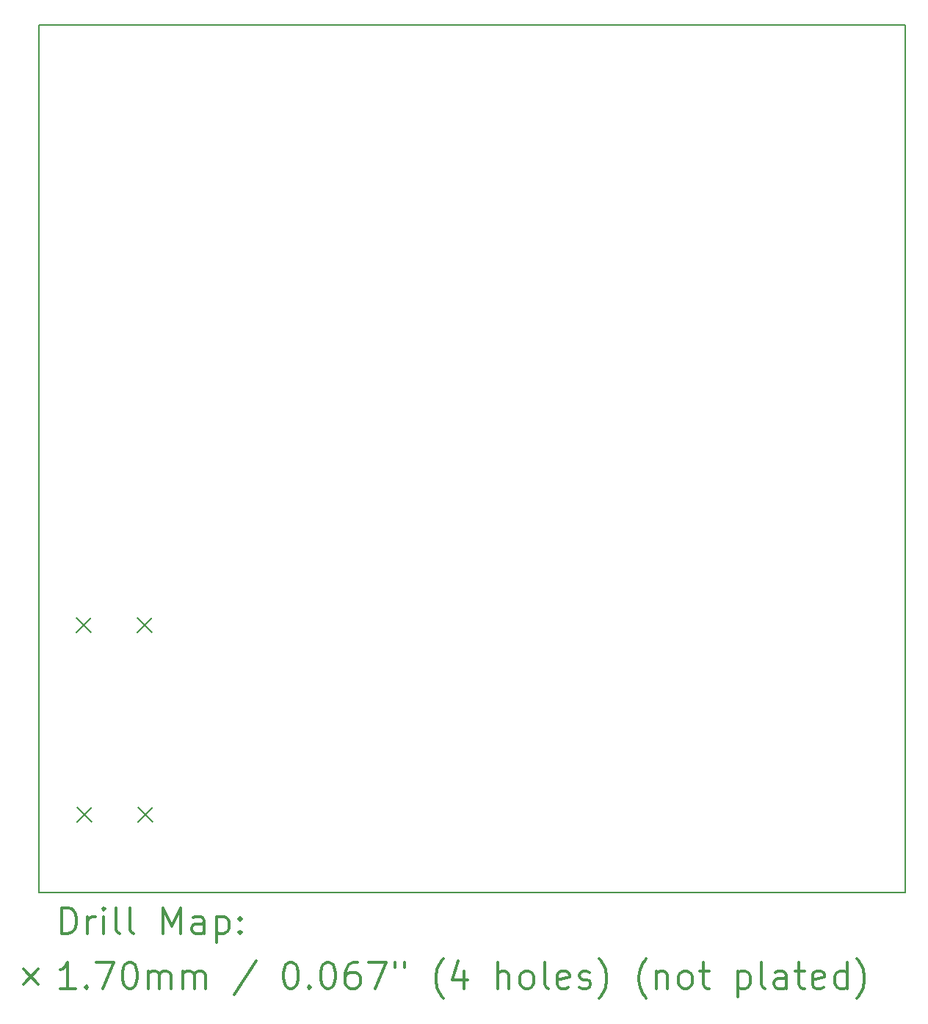
<source format=gbr>
%FSLAX45Y45*%
G04 Gerber Fmt 4.5, Leading zero omitted, Abs format (unit mm)*
G04 Created by KiCad (PCBNEW 4.0.7) date 02/05/18 11:08:49*
%MOMM*%
%LPD*%
G01*
G04 APERTURE LIST*
%ADD10C,0.127000*%
%ADD11C,0.150000*%
%ADD12C,0.200000*%
%ADD13C,0.300000*%
G04 APERTURE END LIST*
D10*
D11*
X7000000Y-4000000D02*
X16995000Y-4000000D01*
X7000000Y-14000000D02*
X16995000Y-14000000D01*
X16995000Y-4000000D02*
X16995000Y-14000000D01*
X7000000Y-4000000D02*
X7000000Y-14000000D01*
D12*
X7435000Y-10835000D02*
X7605000Y-11005000D01*
X7605000Y-10835000D02*
X7435000Y-11005000D01*
X7445000Y-13015000D02*
X7615000Y-13185000D01*
X7615000Y-13015000D02*
X7445000Y-13185000D01*
X8135000Y-10835000D02*
X8305000Y-11005000D01*
X8305000Y-10835000D02*
X8135000Y-11005000D01*
X8145000Y-13015000D02*
X8315000Y-13185000D01*
X8315000Y-13015000D02*
X8145000Y-13185000D01*
D13*
X7263928Y-14473214D02*
X7263928Y-14173214D01*
X7335357Y-14173214D01*
X7378214Y-14187500D01*
X7406786Y-14216071D01*
X7421071Y-14244643D01*
X7435357Y-14301786D01*
X7435357Y-14344643D01*
X7421071Y-14401786D01*
X7406786Y-14430357D01*
X7378214Y-14458929D01*
X7335357Y-14473214D01*
X7263928Y-14473214D01*
X7563928Y-14473214D02*
X7563928Y-14273214D01*
X7563928Y-14330357D02*
X7578214Y-14301786D01*
X7592500Y-14287500D01*
X7621071Y-14273214D01*
X7649643Y-14273214D01*
X7749643Y-14473214D02*
X7749643Y-14273214D01*
X7749643Y-14173214D02*
X7735357Y-14187500D01*
X7749643Y-14201786D01*
X7763928Y-14187500D01*
X7749643Y-14173214D01*
X7749643Y-14201786D01*
X7935357Y-14473214D02*
X7906786Y-14458929D01*
X7892500Y-14430357D01*
X7892500Y-14173214D01*
X8092500Y-14473214D02*
X8063928Y-14458929D01*
X8049643Y-14430357D01*
X8049643Y-14173214D01*
X8435357Y-14473214D02*
X8435357Y-14173214D01*
X8535357Y-14387500D01*
X8635357Y-14173214D01*
X8635357Y-14473214D01*
X8906786Y-14473214D02*
X8906786Y-14316071D01*
X8892500Y-14287500D01*
X8863929Y-14273214D01*
X8806786Y-14273214D01*
X8778214Y-14287500D01*
X8906786Y-14458929D02*
X8878214Y-14473214D01*
X8806786Y-14473214D01*
X8778214Y-14458929D01*
X8763929Y-14430357D01*
X8763929Y-14401786D01*
X8778214Y-14373214D01*
X8806786Y-14358929D01*
X8878214Y-14358929D01*
X8906786Y-14344643D01*
X9049643Y-14273214D02*
X9049643Y-14573214D01*
X9049643Y-14287500D02*
X9078214Y-14273214D01*
X9135357Y-14273214D01*
X9163929Y-14287500D01*
X9178214Y-14301786D01*
X9192500Y-14330357D01*
X9192500Y-14416071D01*
X9178214Y-14444643D01*
X9163929Y-14458929D01*
X9135357Y-14473214D01*
X9078214Y-14473214D01*
X9049643Y-14458929D01*
X9321071Y-14444643D02*
X9335357Y-14458929D01*
X9321071Y-14473214D01*
X9306786Y-14458929D01*
X9321071Y-14444643D01*
X9321071Y-14473214D01*
X9321071Y-14287500D02*
X9335357Y-14301786D01*
X9321071Y-14316071D01*
X9306786Y-14301786D01*
X9321071Y-14287500D01*
X9321071Y-14316071D01*
X6822500Y-14882500D02*
X6992500Y-15052500D01*
X6992500Y-14882500D02*
X6822500Y-15052500D01*
X7421071Y-15103214D02*
X7249643Y-15103214D01*
X7335357Y-15103214D02*
X7335357Y-14803214D01*
X7306786Y-14846071D01*
X7278214Y-14874643D01*
X7249643Y-14888929D01*
X7549643Y-15074643D02*
X7563928Y-15088929D01*
X7549643Y-15103214D01*
X7535357Y-15088929D01*
X7549643Y-15074643D01*
X7549643Y-15103214D01*
X7663928Y-14803214D02*
X7863928Y-14803214D01*
X7735357Y-15103214D01*
X8035357Y-14803214D02*
X8063928Y-14803214D01*
X8092500Y-14817500D01*
X8106786Y-14831786D01*
X8121071Y-14860357D01*
X8135357Y-14917500D01*
X8135357Y-14988929D01*
X8121071Y-15046071D01*
X8106786Y-15074643D01*
X8092500Y-15088929D01*
X8063928Y-15103214D01*
X8035357Y-15103214D01*
X8006786Y-15088929D01*
X7992500Y-15074643D01*
X7978214Y-15046071D01*
X7963928Y-14988929D01*
X7963928Y-14917500D01*
X7978214Y-14860357D01*
X7992500Y-14831786D01*
X8006786Y-14817500D01*
X8035357Y-14803214D01*
X8263928Y-15103214D02*
X8263928Y-14903214D01*
X8263928Y-14931786D02*
X8278214Y-14917500D01*
X8306786Y-14903214D01*
X8349643Y-14903214D01*
X8378214Y-14917500D01*
X8392500Y-14946071D01*
X8392500Y-15103214D01*
X8392500Y-14946071D02*
X8406786Y-14917500D01*
X8435357Y-14903214D01*
X8478214Y-14903214D01*
X8506786Y-14917500D01*
X8521071Y-14946071D01*
X8521071Y-15103214D01*
X8663929Y-15103214D02*
X8663929Y-14903214D01*
X8663929Y-14931786D02*
X8678214Y-14917500D01*
X8706786Y-14903214D01*
X8749643Y-14903214D01*
X8778214Y-14917500D01*
X8792500Y-14946071D01*
X8792500Y-15103214D01*
X8792500Y-14946071D02*
X8806786Y-14917500D01*
X8835357Y-14903214D01*
X8878214Y-14903214D01*
X8906786Y-14917500D01*
X8921071Y-14946071D01*
X8921071Y-15103214D01*
X9506786Y-14788929D02*
X9249643Y-15174643D01*
X9892500Y-14803214D02*
X9921071Y-14803214D01*
X9949643Y-14817500D01*
X9963928Y-14831786D01*
X9978214Y-14860357D01*
X9992500Y-14917500D01*
X9992500Y-14988929D01*
X9978214Y-15046071D01*
X9963928Y-15074643D01*
X9949643Y-15088929D01*
X9921071Y-15103214D01*
X9892500Y-15103214D01*
X9863928Y-15088929D01*
X9849643Y-15074643D01*
X9835357Y-15046071D01*
X9821071Y-14988929D01*
X9821071Y-14917500D01*
X9835357Y-14860357D01*
X9849643Y-14831786D01*
X9863928Y-14817500D01*
X9892500Y-14803214D01*
X10121071Y-15074643D02*
X10135357Y-15088929D01*
X10121071Y-15103214D01*
X10106786Y-15088929D01*
X10121071Y-15074643D01*
X10121071Y-15103214D01*
X10321071Y-14803214D02*
X10349643Y-14803214D01*
X10378214Y-14817500D01*
X10392500Y-14831786D01*
X10406786Y-14860357D01*
X10421071Y-14917500D01*
X10421071Y-14988929D01*
X10406786Y-15046071D01*
X10392500Y-15074643D01*
X10378214Y-15088929D01*
X10349643Y-15103214D01*
X10321071Y-15103214D01*
X10292500Y-15088929D01*
X10278214Y-15074643D01*
X10263928Y-15046071D01*
X10249643Y-14988929D01*
X10249643Y-14917500D01*
X10263928Y-14860357D01*
X10278214Y-14831786D01*
X10292500Y-14817500D01*
X10321071Y-14803214D01*
X10678214Y-14803214D02*
X10621071Y-14803214D01*
X10592500Y-14817500D01*
X10578214Y-14831786D01*
X10549643Y-14874643D01*
X10535357Y-14931786D01*
X10535357Y-15046071D01*
X10549643Y-15074643D01*
X10563928Y-15088929D01*
X10592500Y-15103214D01*
X10649643Y-15103214D01*
X10678214Y-15088929D01*
X10692500Y-15074643D01*
X10706786Y-15046071D01*
X10706786Y-14974643D01*
X10692500Y-14946071D01*
X10678214Y-14931786D01*
X10649643Y-14917500D01*
X10592500Y-14917500D01*
X10563928Y-14931786D01*
X10549643Y-14946071D01*
X10535357Y-14974643D01*
X10806786Y-14803214D02*
X11006786Y-14803214D01*
X10878214Y-15103214D01*
X11106786Y-14803214D02*
X11106786Y-14860357D01*
X11221071Y-14803214D02*
X11221071Y-14860357D01*
X11663928Y-15217500D02*
X11649643Y-15203214D01*
X11621071Y-15160357D01*
X11606785Y-15131786D01*
X11592500Y-15088929D01*
X11578214Y-15017500D01*
X11578214Y-14960357D01*
X11592500Y-14888929D01*
X11606785Y-14846071D01*
X11621071Y-14817500D01*
X11649643Y-14774643D01*
X11663928Y-14760357D01*
X11906785Y-14903214D02*
X11906785Y-15103214D01*
X11835357Y-14788929D02*
X11763928Y-15003214D01*
X11949643Y-15003214D01*
X12292500Y-15103214D02*
X12292500Y-14803214D01*
X12421071Y-15103214D02*
X12421071Y-14946071D01*
X12406785Y-14917500D01*
X12378214Y-14903214D01*
X12335357Y-14903214D01*
X12306785Y-14917500D01*
X12292500Y-14931786D01*
X12606785Y-15103214D02*
X12578214Y-15088929D01*
X12563928Y-15074643D01*
X12549643Y-15046071D01*
X12549643Y-14960357D01*
X12563928Y-14931786D01*
X12578214Y-14917500D01*
X12606785Y-14903214D01*
X12649643Y-14903214D01*
X12678214Y-14917500D01*
X12692500Y-14931786D01*
X12706785Y-14960357D01*
X12706785Y-15046071D01*
X12692500Y-15074643D01*
X12678214Y-15088929D01*
X12649643Y-15103214D01*
X12606785Y-15103214D01*
X12878214Y-15103214D02*
X12849643Y-15088929D01*
X12835357Y-15060357D01*
X12835357Y-14803214D01*
X13106786Y-15088929D02*
X13078214Y-15103214D01*
X13021071Y-15103214D01*
X12992500Y-15088929D01*
X12978214Y-15060357D01*
X12978214Y-14946071D01*
X12992500Y-14917500D01*
X13021071Y-14903214D01*
X13078214Y-14903214D01*
X13106786Y-14917500D01*
X13121071Y-14946071D01*
X13121071Y-14974643D01*
X12978214Y-15003214D01*
X13235357Y-15088929D02*
X13263928Y-15103214D01*
X13321071Y-15103214D01*
X13349643Y-15088929D01*
X13363928Y-15060357D01*
X13363928Y-15046071D01*
X13349643Y-15017500D01*
X13321071Y-15003214D01*
X13278214Y-15003214D01*
X13249643Y-14988929D01*
X13235357Y-14960357D01*
X13235357Y-14946071D01*
X13249643Y-14917500D01*
X13278214Y-14903214D01*
X13321071Y-14903214D01*
X13349643Y-14917500D01*
X13463928Y-15217500D02*
X13478214Y-15203214D01*
X13506786Y-15160357D01*
X13521071Y-15131786D01*
X13535357Y-15088929D01*
X13549643Y-15017500D01*
X13549643Y-14960357D01*
X13535357Y-14888929D01*
X13521071Y-14846071D01*
X13506786Y-14817500D01*
X13478214Y-14774643D01*
X13463928Y-14760357D01*
X14006786Y-15217500D02*
X13992500Y-15203214D01*
X13963928Y-15160357D01*
X13949643Y-15131786D01*
X13935357Y-15088929D01*
X13921071Y-15017500D01*
X13921071Y-14960357D01*
X13935357Y-14888929D01*
X13949643Y-14846071D01*
X13963928Y-14817500D01*
X13992500Y-14774643D01*
X14006786Y-14760357D01*
X14121071Y-14903214D02*
X14121071Y-15103214D01*
X14121071Y-14931786D02*
X14135357Y-14917500D01*
X14163928Y-14903214D01*
X14206786Y-14903214D01*
X14235357Y-14917500D01*
X14249643Y-14946071D01*
X14249643Y-15103214D01*
X14435357Y-15103214D02*
X14406786Y-15088929D01*
X14392500Y-15074643D01*
X14378214Y-15046071D01*
X14378214Y-14960357D01*
X14392500Y-14931786D01*
X14406786Y-14917500D01*
X14435357Y-14903214D01*
X14478214Y-14903214D01*
X14506786Y-14917500D01*
X14521071Y-14931786D01*
X14535357Y-14960357D01*
X14535357Y-15046071D01*
X14521071Y-15074643D01*
X14506786Y-15088929D01*
X14478214Y-15103214D01*
X14435357Y-15103214D01*
X14621071Y-14903214D02*
X14735357Y-14903214D01*
X14663928Y-14803214D02*
X14663928Y-15060357D01*
X14678214Y-15088929D01*
X14706786Y-15103214D01*
X14735357Y-15103214D01*
X15063928Y-14903214D02*
X15063928Y-15203214D01*
X15063928Y-14917500D02*
X15092500Y-14903214D01*
X15149643Y-14903214D01*
X15178214Y-14917500D01*
X15192500Y-14931786D01*
X15206786Y-14960357D01*
X15206786Y-15046071D01*
X15192500Y-15074643D01*
X15178214Y-15088929D01*
X15149643Y-15103214D01*
X15092500Y-15103214D01*
X15063928Y-15088929D01*
X15378214Y-15103214D02*
X15349643Y-15088929D01*
X15335357Y-15060357D01*
X15335357Y-14803214D01*
X15621071Y-15103214D02*
X15621071Y-14946071D01*
X15606786Y-14917500D01*
X15578214Y-14903214D01*
X15521071Y-14903214D01*
X15492500Y-14917500D01*
X15621071Y-15088929D02*
X15592500Y-15103214D01*
X15521071Y-15103214D01*
X15492500Y-15088929D01*
X15478214Y-15060357D01*
X15478214Y-15031786D01*
X15492500Y-15003214D01*
X15521071Y-14988929D01*
X15592500Y-14988929D01*
X15621071Y-14974643D01*
X15721071Y-14903214D02*
X15835357Y-14903214D01*
X15763929Y-14803214D02*
X15763929Y-15060357D01*
X15778214Y-15088929D01*
X15806786Y-15103214D01*
X15835357Y-15103214D01*
X16049643Y-15088929D02*
X16021071Y-15103214D01*
X15963929Y-15103214D01*
X15935357Y-15088929D01*
X15921071Y-15060357D01*
X15921071Y-14946071D01*
X15935357Y-14917500D01*
X15963929Y-14903214D01*
X16021071Y-14903214D01*
X16049643Y-14917500D01*
X16063929Y-14946071D01*
X16063929Y-14974643D01*
X15921071Y-15003214D01*
X16321071Y-15103214D02*
X16321071Y-14803214D01*
X16321071Y-15088929D02*
X16292500Y-15103214D01*
X16235357Y-15103214D01*
X16206786Y-15088929D01*
X16192500Y-15074643D01*
X16178214Y-15046071D01*
X16178214Y-14960357D01*
X16192500Y-14931786D01*
X16206786Y-14917500D01*
X16235357Y-14903214D01*
X16292500Y-14903214D01*
X16321071Y-14917500D01*
X16435357Y-15217500D02*
X16449643Y-15203214D01*
X16478214Y-15160357D01*
X16492500Y-15131786D01*
X16506786Y-15088929D01*
X16521071Y-15017500D01*
X16521071Y-14960357D01*
X16506786Y-14888929D01*
X16492500Y-14846071D01*
X16478214Y-14817500D01*
X16449643Y-14774643D01*
X16435357Y-14760357D01*
M02*

</source>
